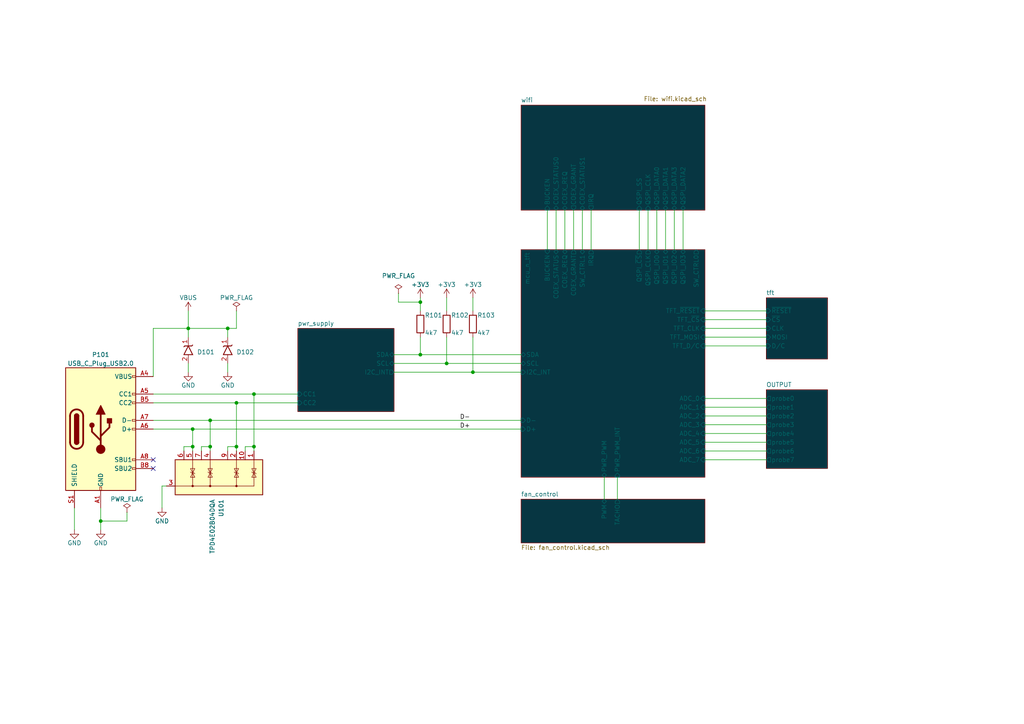
<source format=kicad_sch>
(kicad_sch (version 20230121) (generator eeschema)

  (uuid e63e39d7-6ac0-4ffd-8aa3-1841a4541b55)

  (paper "A4")

  (title_block
    (title "Firewaterburn")
    (rev "0.2")
  )

  (lib_symbols
    (symbol "Device:R" (pin_numbers hide) (pin_names (offset 0)) (in_bom yes) (on_board yes)
      (property "Reference" "R" (at 2.032 0 90)
        (effects (font (size 1.27 1.27)))
      )
      (property "Value" "R" (at 0 0 90)
        (effects (font (size 1.27 1.27)))
      )
      (property "Footprint" "" (at -1.778 0 90)
        (effects (font (size 1.27 1.27)) hide)
      )
      (property "Datasheet" "~" (at 0 0 0)
        (effects (font (size 1.27 1.27)) hide)
      )
      (property "ki_keywords" "R res resistor" (at 0 0 0)
        (effects (font (size 1.27 1.27)) hide)
      )
      (property "ki_description" "Resistor" (at 0 0 0)
        (effects (font (size 1.27 1.27)) hide)
      )
      (property "ki_fp_filters" "R_*" (at 0 0 0)
        (effects (font (size 1.27 1.27)) hide)
      )
      (symbol "R_0_1"
        (rectangle (start -1.016 -2.54) (end 1.016 2.54)
          (stroke (width 0.254) (type default))
          (fill (type none))
        )
      )
      (symbol "R_1_1"
        (pin passive line (at 0 3.81 270) (length 1.27)
          (name "~" (effects (font (size 1.27 1.27))))
          (number "1" (effects (font (size 1.27 1.27))))
        )
        (pin passive line (at 0 -3.81 90) (length 1.27)
          (name "~" (effects (font (size 1.27 1.27))))
          (number "2" (effects (font (size 1.27 1.27))))
        )
      )
    )
    (symbol "Power_Protection:TPD4E02B04DQA" (pin_names hide) (in_bom yes) (on_board yes)
      (property "Reference" "U" (at 2.54 -11.43 0)
        (effects (font (size 1.27 1.27)) (justify left))
      )
      (property "Value" "TPD4E02B04DQA" (at 7.62 1.905 0)
        (effects (font (size 1.27 1.27)) (justify left))
      )
      (property "Footprint" "Package_SON:USON-10_2.5x1.0mm_P0.5mm" (at 7.62 0 0)
        (effects (font (size 1.27 1.27)) (justify left) hide)
      )
      (property "Datasheet" "http://www.ti.com/lit/ds/symlink/tpd4e02b04.pdf" (at 2.54 0 0)
        (effects (font (size 1.27 1.27)) hide)
      )
      (property "ki_keywords" "ESD protection USB HDMI" (at 0 0 0)
        (effects (font (size 1.27 1.27)) hide)
      )
      (property "ki_description" "4-Channel ESD Protection Diode for USB Type-C and HDMI 2.0, USON-10" (at 0 0 0)
        (effects (font (size 1.27 1.27)) hide)
      )
      (property "ki_fp_filters" "USON*2.5x1.0mm*P0.5mm*" (at 0 0 0)
        (effects (font (size 1.27 1.27)) hide)
      )
      (symbol "TPD4E02B04DQA_0_0"
        (pin passive line (at 2.54 -15.24 90) (length 2.54)
          (name "G" (effects (font (size 1.27 1.27))))
          (number "3" (effects (font (size 1.27 1.27))))
        )
      )
      (symbol "TPD4E02B04DQA_0_1"
        (rectangle (start -5.08 12.7) (end 5.08 -12.7)
          (stroke (width 0.254) (type default))
          (fill (type background))
        )
        (polyline
          (pts
            (xy -5.08 -7.62)
            (xy 2.54 -7.62)
          )
          (stroke (width 0) (type default))
          (fill (type none))
        )
        (polyline
          (pts
            (xy -5.08 -2.54)
            (xy 2.54 -2.54)
          )
          (stroke (width 0) (type default))
          (fill (type none))
        )
        (polyline
          (pts
            (xy -5.08 5.08)
            (xy 2.54 5.08)
          )
          (stroke (width 0) (type default))
          (fill (type none))
        )
        (polyline
          (pts
            (xy -5.08 10.16)
            (xy 2.54 10.16)
          )
          (stroke (width 0) (type default))
          (fill (type none))
        )
        (polyline
          (pts
            (xy 2.54 10.16)
            (xy 2.54 -12.7)
          )
          (stroke (width 0.1524) (type default))
          (fill (type none))
        )
        (polyline
          (pts
            (xy -1.27 -7.62)
            (xy 0 -8.255)
            (xy 0 -6.985)
            (xy -1.27 -7.62)
          )
          (stroke (width 0) (type default))
          (fill (type none))
        )
        (polyline
          (pts
            (xy -1.27 -2.54)
            (xy 0 -3.175)
            (xy 0 -1.905)
            (xy -1.27 -2.54)
          )
          (stroke (width 0) (type default))
          (fill (type none))
        )
        (polyline
          (pts
            (xy -1.27 5.08)
            (xy 0 4.445)
            (xy 0 5.715)
            (xy -1.27 5.08)
          )
          (stroke (width 0) (type default))
          (fill (type none))
        )
        (polyline
          (pts
            (xy -1.27 10.16)
            (xy 0 9.525)
            (xy 0 10.795)
            (xy -1.27 10.16)
          )
          (stroke (width 0) (type default))
          (fill (type none))
        )
        (circle (center 2.54 -7.62) (radius 0.254)
          (stroke (width 0) (type default))
          (fill (type outline))
        )
        (circle (center 2.54 -2.54) (radius 0.254)
          (stroke (width 0) (type default))
          (fill (type outline))
        )
        (circle (center 2.54 5.08) (radius 0.254)
          (stroke (width 0) (type default))
          (fill (type outline))
        )
      )
      (symbol "TPD4E02B04DQA_1_1"
        (polyline
          (pts
            (xy -1.524 -8.255)
            (xy -1.27 -8.001)
            (xy -1.27 -7.239)
            (xy -1.016 -6.985)
          )
          (stroke (width 0) (type default))
          (fill (type none))
        )
        (polyline
          (pts
            (xy -1.524 -3.175)
            (xy -1.27 -2.921)
            (xy -1.27 -2.159)
            (xy -1.016 -1.905)
          )
          (stroke (width 0) (type default))
          (fill (type none))
        )
        (polyline
          (pts
            (xy -1.524 4.445)
            (xy -1.27 4.699)
            (xy -1.27 5.461)
            (xy -1.016 5.715)
          )
          (stroke (width 0) (type default))
          (fill (type none))
        )
        (polyline
          (pts
            (xy -1.524 9.525)
            (xy -1.27 9.779)
            (xy -1.27 10.541)
            (xy -1.016 10.795)
          )
          (stroke (width 0) (type default))
          (fill (type none))
        )
        (polyline
          (pts
            (xy -1.27 -7.62)
            (xy -2.54 -8.255)
            (xy -2.54 -6.985)
            (xy -1.27 -7.62)
          )
          (stroke (width 0) (type default))
          (fill (type none))
        )
        (polyline
          (pts
            (xy -1.27 -2.54)
            (xy -2.54 -3.175)
            (xy -2.54 -1.905)
            (xy -1.27 -2.54)
          )
          (stroke (width 0) (type default))
          (fill (type none))
        )
        (polyline
          (pts
            (xy -1.27 5.08)
            (xy -2.54 4.445)
            (xy -2.54 5.715)
            (xy -1.27 5.08)
          )
          (stroke (width 0) (type default))
          (fill (type none))
        )
        (polyline
          (pts
            (xy -1.27 10.16)
            (xy -2.54 9.525)
            (xy -2.54 10.795)
            (xy -1.27 10.16)
          )
          (stroke (width 0) (type default))
          (fill (type none))
        )
        (pin passive line (at -7.62 10.16 0) (length 2.54)
          (name "IO1" (effects (font (size 1.27 1.27))))
          (number "1" (effects (font (size 1.27 1.27))))
        )
        (pin free line (at -7.62 7.62 0) (length 2.54)
          (name "NC" (effects (font (size 1.27 1.27))))
          (number "10" (effects (font (size 1.27 1.27))))
        )
        (pin passive line (at -7.62 5.08 0) (length 2.54)
          (name "IO2" (effects (font (size 1.27 1.27))))
          (number "2" (effects (font (size 1.27 1.27))))
        )
        (pin passive line (at -7.62 -2.54 0) (length 2.54)
          (name "IO3" (effects (font (size 1.27 1.27))))
          (number "4" (effects (font (size 1.27 1.27))))
        )
        (pin passive line (at -7.62 -7.62 0) (length 2.54)
          (name "IO4" (effects (font (size 1.27 1.27))))
          (number "5" (effects (font (size 1.27 1.27))))
        )
        (pin free line (at -7.62 -10.16 0) (length 2.54)
          (name "NC" (effects (font (size 1.27 1.27))))
          (number "6" (effects (font (size 1.27 1.27))))
        )
        (pin free line (at -7.62 -5.08 0) (length 2.54)
          (name "NC" (effects (font (size 1.27 1.27))))
          (number "7" (effects (font (size 1.27 1.27))))
        )
        (pin passive line (at 2.54 -15.24 90) (length 2.54) hide
          (name "G" (effects (font (size 1.27 1.27))))
          (number "8" (effects (font (size 1.27 1.27))))
        )
        (pin free line (at -7.62 2.54 0) (length 2.54)
          (name "NC" (effects (font (size 1.27 1.27))))
          (number "9" (effects (font (size 1.27 1.27))))
        )
      )
    )
    (symbol "mylib_connectors:USB_C_Plug_USB2.0" (pin_names (offset 1.016)) (in_bom yes) (on_board yes)
      (property "Reference" "P" (at -10.16 19.05 0)
        (effects (font (size 1.27 1.27)) (justify left))
      )
      (property "Value" "USB_C_Plug_USB2.0" (at 12.7 19.05 0)
        (effects (font (size 1.27 1.27)) (justify right))
      )
      (property "Footprint" "" (at 3.81 0 0)
        (effects (font (size 1.27 1.27)) hide)
      )
      (property "Datasheet" "" (at 3.81 0 0)
        (effects (font (size 1.27 1.27)) hide)
      )
      (property "ki_fp_filters" "USB*C*Plug*" (at 0 0 0)
        (effects (font (size 1.27 1.27)) hide)
      )
      (symbol "USB_C_Plug_USB2.0_0_0"
        (rectangle (start -0.254 -17.78) (end 0.254 -16.764)
          (stroke (width 0) (type default))
          (fill (type none))
        )
        (rectangle (start 10.16 -11.176) (end 9.144 -11.684)
          (stroke (width 0) (type default))
          (fill (type none))
        )
        (rectangle (start 10.16 0.254) (end 9.144 -0.254)
          (stroke (width 0) (type default))
          (fill (type none))
        )
        (rectangle (start 10.16 2.794) (end 9.144 2.286)
          (stroke (width 0) (type default))
          (fill (type none))
        )
        (rectangle (start 10.16 10.414) (end 9.144 9.906)
          (stroke (width 0) (type default))
          (fill (type none))
        )
        (rectangle (start 10.16 15.494) (end 9.144 14.986)
          (stroke (width 0) (type default))
          (fill (type none))
        )
      )
      (symbol "USB_C_Plug_USB2.0_0_1"
        (rectangle (start -10.16 17.78) (end 10.16 -17.78)
          (stroke (width 0.254) (type default))
          (fill (type background))
        )
        (arc (start -8.89 -3.81) (mid -6.985 -5.7067) (end -5.08 -3.81)
          (stroke (width 0.508) (type default))
          (fill (type none))
        )
        (arc (start -7.62 -3.81) (mid -6.985 -4.4423) (end -6.35 -3.81)
          (stroke (width 0.254) (type default))
          (fill (type none))
        )
        (arc (start -7.62 -3.81) (mid -6.985 -4.4423) (end -6.35 -3.81)
          (stroke (width 0.254) (type default))
          (fill (type outline))
        )
        (rectangle (start -7.62 -3.81) (end -6.35 3.81)
          (stroke (width 0.254) (type default))
          (fill (type outline))
        )
        (arc (start -6.35 3.81) (mid -6.985 4.4423) (end -7.62 3.81)
          (stroke (width 0.254) (type default))
          (fill (type none))
        )
        (arc (start -6.35 3.81) (mid -6.985 4.4423) (end -7.62 3.81)
          (stroke (width 0.254) (type default))
          (fill (type outline))
        )
        (arc (start -5.08 3.81) (mid -6.985 5.7067) (end -8.89 3.81)
          (stroke (width 0.508) (type default))
          (fill (type none))
        )
        (circle (center -2.54 1.143) (radius 0.635)
          (stroke (width 0.254) (type default))
          (fill (type outline))
        )
        (circle (center 0 -5.842) (radius 1.27)
          (stroke (width 0) (type default))
          (fill (type outline))
        )
        (polyline
          (pts
            (xy -8.89 -3.81)
            (xy -8.89 3.81)
          )
          (stroke (width 0.508) (type default))
          (fill (type none))
        )
        (polyline
          (pts
            (xy -5.08 3.81)
            (xy -5.08 -3.81)
          )
          (stroke (width 0.508) (type default))
          (fill (type none))
        )
        (polyline
          (pts
            (xy 0 -5.842)
            (xy 0 4.318)
          )
          (stroke (width 0.508) (type default))
          (fill (type none))
        )
        (polyline
          (pts
            (xy 0 -3.302)
            (xy -2.54 -0.762)
            (xy -2.54 0.508)
          )
          (stroke (width 0.508) (type default))
          (fill (type none))
        )
        (polyline
          (pts
            (xy 0 -2.032)
            (xy 2.54 0.508)
            (xy 2.54 1.778)
          )
          (stroke (width 0.508) (type default))
          (fill (type none))
        )
        (polyline
          (pts
            (xy -1.27 4.318)
            (xy 0 6.858)
            (xy 1.27 4.318)
            (xy -1.27 4.318)
          )
          (stroke (width 0.254) (type default))
          (fill (type outline))
        )
        (rectangle (start 1.905 1.778) (end 3.175 3.048)
          (stroke (width 0.254) (type default))
          (fill (type outline))
        )
      )
      (symbol "USB_C_Plug_USB2.0_1_1"
        (rectangle (start 10.16 -8.636) (end 9.144 -9.144)
          (stroke (width 0) (type default))
          (fill (type none))
        )
        (rectangle (start 10.16 7.874) (end 9.144 7.366)
          (stroke (width 0) (type default))
          (fill (type none))
        )
        (pin passive line (at 0 -22.86 90) (length 5.08)
          (name "GND" (effects (font (size 1.27 1.27))))
          (number "A1" (effects (font (size 1.27 1.27))))
        )
        (pin passive line (at 0 -22.86 90) (length 5.08) hide
          (name "GND" (effects (font (size 1.27 1.27))))
          (number "A12" (effects (font (size 1.27 1.27))))
        )
        (pin passive line (at 15.24 15.24 180) (length 5.08)
          (name "VBUS" (effects (font (size 1.27 1.27))))
          (number "A4" (effects (font (size 1.27 1.27))))
        )
        (pin bidirectional line (at 15.24 10.16 180) (length 5.08)
          (name "CC1" (effects (font (size 1.27 1.27))))
          (number "A5" (effects (font (size 1.27 1.27))))
        )
        (pin bidirectional line (at 15.24 0 180) (length 5.08)
          (name "D+" (effects (font (size 1.27 1.27))))
          (number "A6" (effects (font (size 1.27 1.27))))
        )
        (pin bidirectional line (at 15.24 2.54 180) (length 5.08)
          (name "D-" (effects (font (size 1.27 1.27))))
          (number "A7" (effects (font (size 1.27 1.27))))
        )
        (pin bidirectional line (at 15.24 -8.89 180) (length 5.08)
          (name "SBU1" (effects (font (size 1.27 1.27))))
          (number "A8" (effects (font (size 1.27 1.27))))
        )
        (pin passive line (at 15.24 15.24 180) (length 5.08) hide
          (name "VBUS" (effects (font (size 1.27 1.27))))
          (number "A9" (effects (font (size 1.27 1.27))))
        )
        (pin passive line (at 0 -22.86 90) (length 5.08) hide
          (name "GND" (effects (font (size 1.27 1.27))))
          (number "B1" (effects (font (size 1.27 1.27))))
        )
        (pin passive line (at 0 -22.86 90) (length 5.08) hide
          (name "GND" (effects (font (size 1.27 1.27))))
          (number "B12" (effects (font (size 1.27 1.27))))
        )
        (pin passive line (at 15.24 15.24 180) (length 5.08) hide
          (name "VBUS" (effects (font (size 1.27 1.27))))
          (number "B4" (effects (font (size 1.27 1.27))))
        )
        (pin bidirectional line (at 15.24 7.62 180) (length 5.08)
          (name "CC2" (effects (font (size 1.27 1.27))))
          (number "B5" (effects (font (size 1.27 1.27))))
        )
        (pin bidirectional line (at 15.24 0 180) (length 5.08) hide
          (name "D+" (effects (font (size 1.27 1.27))))
          (number "B6" (effects (font (size 1.27 1.27))))
        )
        (pin bidirectional line (at 15.24 2.54 180) (length 5.08) hide
          (name "D-" (effects (font (size 1.27 1.27))))
          (number "B7" (effects (font (size 1.27 1.27))))
        )
        (pin bidirectional line (at 15.24 -11.43 180) (length 5.08)
          (name "SBU2" (effects (font (size 1.27 1.27))))
          (number "B8" (effects (font (size 1.27 1.27))))
        )
        (pin passive line (at 15.24 15.24 180) (length 5.08) hide
          (name "VBUS" (effects (font (size 1.27 1.27))))
          (number "B9" (effects (font (size 1.27 1.27))))
        )
        (pin passive line (at -7.62 -22.86 90) (length 5.08)
          (name "SHIELD" (effects (font (size 1.27 1.27))))
          (number "S1" (effects (font (size 1.27 1.27))))
        )
      )
    )
    (symbol "mylib_ic:ESDA25P35" (in_bom yes) (on_board yes)
      (property "Reference" "D" (at 0 2.54 0)
        (effects (font (size 1.27 1.27)))
      )
      (property "Value" "ESDA25P35" (at 0 -2.54 0)
        (effects (font (size 1.27 1.27)) hide)
      )
      (property "Footprint" "" (at 0 0 0)
        (effects (font (size 1.27 1.27)) hide)
      )
      (property "Datasheet" "" (at 0 0 0)
        (effects (font (size 1.27 1.27)) hide)
      )
      (symbol "ESDA25P35_0_1"
        (polyline
          (pts
            (xy -1.27 -1.016)
            (xy -1.016 -1.27)
          )
          (stroke (width 0.254) (type default))
          (fill (type none))
        )
        (polyline
          (pts
            (xy -1.27 1.016)
            (xy -1.524 1.27)
          )
          (stroke (width 0.254) (type default))
          (fill (type none))
        )
        (polyline
          (pts
            (xy -1.27 1.016)
            (xy -1.27 -1.016)
          )
          (stroke (width 0.254) (type default))
          (fill (type none))
        )
        (polyline
          (pts
            (xy 1.27 1.27)
            (xy 1.27 -1.27)
            (xy -1.27 0)
            (xy 1.27 1.27)
          )
          (stroke (width 0.254) (type default))
          (fill (type none))
        )
      )
      (symbol "ESDA25P35_1_1"
        (pin passive line (at -3.81 0 0) (length 2.54)
          (name "" (effects (font (size 1.27 1.27))))
          (number "1" (effects (font (size 1.27 1.27))))
        )
        (pin passive line (at 3.81 0 180) (length 2.54)
          (name "" (effects (font (size 1.27 1.27))))
          (number "2" (effects (font (size 1.27 1.27))))
        )
      )
    )
    (symbol "power:+3V3" (power) (pin_names (offset 0)) (in_bom yes) (on_board yes)
      (property "Reference" "#PWR" (at 0 -3.81 0)
        (effects (font (size 1.27 1.27)) hide)
      )
      (property "Value" "+3V3" (at 0 3.556 0)
        (effects (font (size 1.27 1.27)))
      )
      (property "Footprint" "" (at 0 0 0)
        (effects (font (size 1.27 1.27)) hide)
      )
      (property "Datasheet" "" (at 0 0 0)
        (effects (font (size 1.27 1.27)) hide)
      )
      (property "ki_keywords" "global power" (at 0 0 0)
        (effects (font (size 1.27 1.27)) hide)
      )
      (property "ki_description" "Power symbol creates a global label with name \"+3V3\"" (at 0 0 0)
        (effects (font (size 1.27 1.27)) hide)
      )
      (symbol "+3V3_0_1"
        (polyline
          (pts
            (xy -0.762 1.27)
            (xy 0 2.54)
          )
          (stroke (width 0) (type default))
          (fill (type none))
        )
        (polyline
          (pts
            (xy 0 0)
            (xy 0 2.54)
          )
          (stroke (width 0) (type default))
          (fill (type none))
        )
        (polyline
          (pts
            (xy 0 2.54)
            (xy 0.762 1.27)
          )
          (stroke (width 0) (type default))
          (fill (type none))
        )
      )
      (symbol "+3V3_1_1"
        (pin power_in line (at 0 0 90) (length 0) hide
          (name "+3V3" (effects (font (size 1.27 1.27))))
          (number "1" (effects (font (size 1.27 1.27))))
        )
      )
    )
    (symbol "power:GND" (power) (pin_names (offset 0)) (in_bom yes) (on_board yes)
      (property "Reference" "#PWR" (at 0 -6.35 0)
        (effects (font (size 1.27 1.27)) hide)
      )
      (property "Value" "GND" (at 0 -3.81 0)
        (effects (font (size 1.27 1.27)))
      )
      (property "Footprint" "" (at 0 0 0)
        (effects (font (size 1.27 1.27)) hide)
      )
      (property "Datasheet" "" (at 0 0 0)
        (effects (font (size 1.27 1.27)) hide)
      )
      (property "ki_keywords" "global power" (at 0 0 0)
        (effects (font (size 1.27 1.27)) hide)
      )
      (property "ki_description" "Power symbol creates a global label with name \"GND\" , ground" (at 0 0 0)
        (effects (font (size 1.27 1.27)) hide)
      )
      (symbol "GND_0_1"
        (polyline
          (pts
            (xy 0 0)
            (xy 0 -1.27)
            (xy 1.27 -1.27)
            (xy 0 -2.54)
            (xy -1.27 -1.27)
            (xy 0 -1.27)
          )
          (stroke (width 0) (type default))
          (fill (type none))
        )
      )
      (symbol "GND_1_1"
        (pin power_in line (at 0 0 270) (length 0) hide
          (name "GND" (effects (font (size 1.27 1.27))))
          (number "1" (effects (font (size 1.27 1.27))))
        )
      )
    )
    (symbol "power:PWR_FLAG" (power) (pin_numbers hide) (pin_names (offset 0) hide) (in_bom yes) (on_board yes)
      (property "Reference" "#FLG" (at 0 1.905 0)
        (effects (font (size 1.27 1.27)) hide)
      )
      (property "Value" "PWR_FLAG" (at 0 3.81 0)
        (effects (font (size 1.27 1.27)))
      )
      (property "Footprint" "" (at 0 0 0)
        (effects (font (size 1.27 1.27)) hide)
      )
      (property "Datasheet" "~" (at 0 0 0)
        (effects (font (size 1.27 1.27)) hide)
      )
      (property "ki_keywords" "flag power" (at 0 0 0)
        (effects (font (size 1.27 1.27)) hide)
      )
      (property "ki_description" "Special symbol for telling ERC where power comes from" (at 0 0 0)
        (effects (font (size 1.27 1.27)) hide)
      )
      (symbol "PWR_FLAG_0_0"
        (pin power_out line (at 0 0 90) (length 0)
          (name "pwr" (effects (font (size 1.27 1.27))))
          (number "1" (effects (font (size 1.27 1.27))))
        )
      )
      (symbol "PWR_FLAG_0_1"
        (polyline
          (pts
            (xy 0 0)
            (xy 0 1.27)
            (xy -1.016 1.905)
            (xy 0 2.54)
            (xy 1.016 1.905)
            (xy 0 1.27)
          )
          (stroke (width 0) (type default))
          (fill (type none))
        )
      )
    )
    (symbol "power:VBUS" (power) (pin_names (offset 0)) (in_bom yes) (on_board yes)
      (property "Reference" "#PWR" (at 0 -3.81 0)
        (effects (font (size 1.27 1.27)) hide)
      )
      (property "Value" "VBUS" (at 0 3.81 0)
        (effects (font (size 1.27 1.27)))
      )
      (property "Footprint" "" (at 0 0 0)
        (effects (font (size 1.27 1.27)) hide)
      )
      (property "Datasheet" "" (at 0 0 0)
        (effects (font (size 1.27 1.27)) hide)
      )
      (property "ki_keywords" "global power" (at 0 0 0)
        (effects (font (size 1.27 1.27)) hide)
      )
      (property "ki_description" "Power symbol creates a global label with name \"VBUS\"" (at 0 0 0)
        (effects (font (size 1.27 1.27)) hide)
      )
      (symbol "VBUS_0_1"
        (polyline
          (pts
            (xy -0.762 1.27)
            (xy 0 2.54)
          )
          (stroke (width 0) (type default))
          (fill (type none))
        )
        (polyline
          (pts
            (xy 0 0)
            (xy 0 2.54)
          )
          (stroke (width 0) (type default))
          (fill (type none))
        )
        (polyline
          (pts
            (xy 0 2.54)
            (xy 0.762 1.27)
          )
          (stroke (width 0) (type default))
          (fill (type none))
        )
      )
      (symbol "VBUS_1_1"
        (pin power_in line (at 0 0 90) (length 0) hide
          (name "VBUS" (effects (font (size 1.27 1.27))))
          (number "1" (effects (font (size 1.27 1.27))))
        )
      )
    )
  )

  (junction (at 55.88 129.54) (diameter 0) (color 0 0 0 0)
    (uuid 031dff5c-b007-482b-8531-62900e645ae0)
  )
  (junction (at 73.66 114.3) (diameter 0) (color 0 0 0 0)
    (uuid 37282826-69f5-4a96-b61e-ff0cfee43405)
  )
  (junction (at 121.92 102.87) (diameter 0) (color 0 0 0 0)
    (uuid 3c7917dd-d0b6-4513-8377-dd27f555c969)
  )
  (junction (at 54.61 95.25) (diameter 0) (color 0 0 0 0)
    (uuid 4055b357-393c-467b-b2cc-71034cd4083f)
  )
  (junction (at 60.96 129.54) (diameter 0) (color 0 0 0 0)
    (uuid 420d59d1-616a-4a7b-964a-5b5a5d75ebc0)
  )
  (junction (at 68.58 129.54) (diameter 0) (color 0 0 0 0)
    (uuid 45f0ad8e-e322-4b2a-868a-31900adcc08f)
  )
  (junction (at 55.88 124.46) (diameter 0) (color 0 0 0 0)
    (uuid 7f31b8a9-f561-4e86-a84c-ab7d7b385b93)
  )
  (junction (at 121.92 87.63) (diameter 0) (color 0 0 0 0)
    (uuid 81e1a3d8-90bf-4147-a204-c677772bfb92)
  )
  (junction (at 29.21 151.13) (diameter 0) (color 0 0 0 0)
    (uuid 8a64bdde-3a9e-4715-91e9-c4d3d9efcd30)
  )
  (junction (at 66.04 95.25) (diameter 0) (color 0 0 0 0)
    (uuid 93bb4bd6-e90f-4215-bc55-6b99997a0f4c)
  )
  (junction (at 137.16 107.95) (diameter 0) (color 0 0 0 0)
    (uuid af2b5cc4-7c38-45f8-ba8f-c81b3dacd509)
  )
  (junction (at 129.54 105.41) (diameter 0) (color 0 0 0 0)
    (uuid d3777d21-4524-45c4-a96f-e34639706300)
  )
  (junction (at 68.58 116.84) (diameter 0) (color 0 0 0 0)
    (uuid dee39449-c31a-4a7d-8b30-6c993327075e)
  )
  (junction (at 73.66 129.54) (diameter 0) (color 0 0 0 0)
    (uuid ee5695a3-850e-4cd2-95c2-a9cf4ab5632d)
  )
  (junction (at 60.96 121.92) (diameter 0) (color 0 0 0 0)
    (uuid ff421916-d220-4dad-ba43-b6a3a83122dd)
  )

  (no_connect (at 44.45 133.35) (uuid bff8daab-48b4-47d4-9ffa-e5f1ce2dcca8))
  (no_connect (at 44.45 135.89) (uuid d0da03a8-e8ae-4d2b-9293-966a3f5089e3))

  (wire (pts (xy 29.21 147.32) (xy 29.21 151.13))
    (stroke (width 0) (type default))
    (uuid 033022b3-11f9-419e-a78e-1c7d6e6cd45c)
  )
  (wire (pts (xy 55.88 129.54) (xy 55.88 130.81))
    (stroke (width 0) (type default))
    (uuid 0593406e-8a7b-48c7-bcb8-df108d5a5f8c)
  )
  (wire (pts (xy 21.59 153.67) (xy 21.59 147.32))
    (stroke (width 0) (type default))
    (uuid 08f0a69d-2047-4f15-9147-57cc2889ba57)
  )
  (wire (pts (xy 44.45 121.92) (xy 60.96 121.92))
    (stroke (width 0) (type default))
    (uuid 0bf9a605-1ed3-48a5-aa63-5e0c16fb660e)
  )
  (wire (pts (xy 198.12 60.96) (xy 198.12 72.39))
    (stroke (width 0) (type default))
    (uuid 0e08b71f-c34f-435a-b796-ac8a5d6d791b)
  )
  (wire (pts (xy 44.45 124.46) (xy 55.88 124.46))
    (stroke (width 0) (type default))
    (uuid 0f1d2806-29e7-4ac5-af97-ad3c5202a0f8)
  )
  (wire (pts (xy 121.92 102.87) (xy 151.13 102.87))
    (stroke (width 0) (type default))
    (uuid 12586790-c9d2-447b-b04d-7ed8653b5792)
  )
  (wire (pts (xy 115.57 87.63) (xy 121.92 87.63))
    (stroke (width 0) (type default))
    (uuid 12f1a649-d416-4d67-9a35-2a5f09935433)
  )
  (wire (pts (xy 204.47 97.79) (xy 222.25 97.79))
    (stroke (width 0) (type default))
    (uuid 1543de62-026c-42a2-a4e4-6e2cc088ff87)
  )
  (wire (pts (xy 137.16 86.36) (xy 137.16 90.17))
    (stroke (width 0) (type default))
    (uuid 17d79456-7050-487b-b9f0-40d955439b19)
  )
  (wire (pts (xy 195.58 60.96) (xy 195.58 72.39))
    (stroke (width 0) (type default))
    (uuid 1993adfa-2753-4a68-955b-8d8c0ac3aa95)
  )
  (wire (pts (xy 68.58 129.54) (xy 68.58 130.81))
    (stroke (width 0) (type default))
    (uuid 1b8ca8a6-6a5e-429a-890c-12f41c039ba0)
  )
  (wire (pts (xy 60.96 121.92) (xy 60.96 129.54))
    (stroke (width 0) (type default))
    (uuid 20dc9b1c-4f0d-44cd-9aab-3cb68493d953)
  )
  (wire (pts (xy 71.12 129.54) (xy 73.66 129.54))
    (stroke (width 0) (type default))
    (uuid 22f4cb2f-59da-4d0a-8646-3ac01528831a)
  )
  (wire (pts (xy 137.16 97.79) (xy 137.16 107.95))
    (stroke (width 0) (type default))
    (uuid 253fd500-1224-40b9-94b9-d446fbd31b8b)
  )
  (wire (pts (xy 66.04 130.81) (xy 66.04 129.54))
    (stroke (width 0) (type default))
    (uuid 27303b4c-528f-48bf-9b0c-65f47a2cf611)
  )
  (wire (pts (xy 44.45 114.3) (xy 73.66 114.3))
    (stroke (width 0) (type default))
    (uuid 29f62cd9-c020-45e9-8321-1ff9f6a5a6ec)
  )
  (wire (pts (xy 66.04 95.25) (xy 66.04 97.79))
    (stroke (width 0) (type default))
    (uuid 29f8b4f0-2854-45cf-83a1-2a5048723d5b)
  )
  (wire (pts (xy 190.5 60.96) (xy 190.5 72.39))
    (stroke (width 0) (type default))
    (uuid 2a52e877-143d-473e-8acb-8303a5c992d3)
  )
  (wire (pts (xy 44.45 116.84) (xy 68.58 116.84))
    (stroke (width 0) (type default))
    (uuid 2ce5e8d2-c169-40d5-a777-d8f9cdaf6872)
  )
  (wire (pts (xy 204.47 120.65) (xy 222.25 120.65))
    (stroke (width 0) (type default))
    (uuid 3088288d-3cfa-4c14-8168-16550ce6caa8)
  )
  (wire (pts (xy 158.75 60.96) (xy 158.75 72.39))
    (stroke (width 0) (type default))
    (uuid 432a2ecb-f9e1-45dd-9178-40a4af662d3d)
  )
  (wire (pts (xy 66.04 105.41) (xy 66.04 107.95))
    (stroke (width 0) (type default))
    (uuid 43c960e5-add1-4248-9d49-9143a575a9f1)
  )
  (wire (pts (xy 36.83 148.59) (xy 36.83 151.13))
    (stroke (width 0) (type default))
    (uuid 47a98942-46e5-4895-84ab-2e430facc157)
  )
  (wire (pts (xy 204.47 123.19) (xy 222.25 123.19))
    (stroke (width 0) (type default))
    (uuid 4dadde73-8e76-4cfe-b75e-df86e70b9bf2)
  )
  (wire (pts (xy 204.47 100.33) (xy 222.25 100.33))
    (stroke (width 0) (type default))
    (uuid 58d95b6d-f3f0-4cf6-a19d-44e64ae94725)
  )
  (wire (pts (xy 204.47 130.81) (xy 222.25 130.81))
    (stroke (width 0) (type default))
    (uuid 5eafb9ec-f2f8-45e2-8930-ef72a4eb40e5)
  )
  (wire (pts (xy 46.99 140.97) (xy 48.26 140.97))
    (stroke (width 0) (type default))
    (uuid 618a3255-c86c-46f0-9134-f3e4b178ba68)
  )
  (wire (pts (xy 54.61 105.41) (xy 54.61 107.95))
    (stroke (width 0) (type default))
    (uuid 650e3cd3-5131-4b82-9184-c007f8001c39)
  )
  (wire (pts (xy 29.21 151.13) (xy 36.83 151.13))
    (stroke (width 0) (type default))
    (uuid 67d49b6f-b6b1-46fa-90bf-3e809e52859a)
  )
  (wire (pts (xy 60.96 129.54) (xy 60.96 130.81))
    (stroke (width 0) (type default))
    (uuid 6921f6bd-07b8-4573-a6a8-18ada15ed343)
  )
  (wire (pts (xy 161.29 60.96) (xy 161.29 72.39))
    (stroke (width 0) (type default))
    (uuid 6c6e29fc-ff9e-4fd5-98cc-98cec5de872a)
  )
  (wire (pts (xy 73.66 114.3) (xy 86.36 114.3))
    (stroke (width 0) (type default))
    (uuid 6eb15b52-b62f-4408-bc8b-4323e249be72)
  )
  (wire (pts (xy 204.47 95.25) (xy 222.25 95.25))
    (stroke (width 0) (type default))
    (uuid 6edf3aee-d4f4-47a8-bd48-1607953f77a7)
  )
  (wire (pts (xy 58.42 130.81) (xy 58.42 129.54))
    (stroke (width 0) (type default))
    (uuid 76fc2958-85b9-4a2e-a17e-596bbe7fba2d)
  )
  (wire (pts (xy 53.34 129.54) (xy 55.88 129.54))
    (stroke (width 0) (type default))
    (uuid 792dd4ac-9561-4ab6-b7bc-47bfb8de99fb)
  )
  (wire (pts (xy 58.42 129.54) (xy 60.96 129.54))
    (stroke (width 0) (type default))
    (uuid 7a210402-2533-4522-87d7-63eb45b09dbd)
  )
  (wire (pts (xy 66.04 95.25) (xy 54.61 95.25))
    (stroke (width 0) (type default))
    (uuid 7e006145-168c-4d19-a264-d3025f970984)
  )
  (wire (pts (xy 115.57 85.09) (xy 115.57 87.63))
    (stroke (width 0) (type default))
    (uuid 81c3245e-ef32-4748-a8e1-3f100fef611d)
  )
  (wire (pts (xy 129.54 86.36) (xy 129.54 90.17))
    (stroke (width 0) (type default))
    (uuid 82914227-3c4b-483b-a930-04aff92c73ce)
  )
  (wire (pts (xy 185.42 60.96) (xy 185.42 72.39))
    (stroke (width 0) (type default))
    (uuid 8a40f4f3-ef69-4f75-9290-f8be31032b5a)
  )
  (wire (pts (xy 114.3 105.41) (xy 129.54 105.41))
    (stroke (width 0) (type default))
    (uuid 8b44fa6f-2676-4ebc-bec9-85dc4370b0a7)
  )
  (wire (pts (xy 121.92 86.36) (xy 121.92 87.63))
    (stroke (width 0) (type default))
    (uuid 8d859ebf-9390-4cb5-961d-e7beaa0a4ae4)
  )
  (wire (pts (xy 71.12 130.81) (xy 71.12 129.54))
    (stroke (width 0) (type default))
    (uuid 8dbbc6a4-8e4b-4f0e-b4fb-ff85db3f5354)
  )
  (wire (pts (xy 46.99 147.32) (xy 46.99 140.97))
    (stroke (width 0) (type default))
    (uuid 978d4139-1b9f-4697-9396-1604cc275b84)
  )
  (wire (pts (xy 175.26 138.43) (xy 175.26 144.78))
    (stroke (width 0) (type default))
    (uuid 99919064-0a6d-40ed-be0c-70a827b93563)
  )
  (wire (pts (xy 54.61 95.25) (xy 54.61 97.79))
    (stroke (width 0) (type default))
    (uuid 9bb77af3-fc70-4df1-8577-73dfa1886d27)
  )
  (wire (pts (xy 204.47 125.73) (xy 222.25 125.73))
    (stroke (width 0) (type default))
    (uuid 9d79402d-992a-413c-a28a-d4d22c608699)
  )
  (wire (pts (xy 44.45 95.25) (xy 44.45 109.22))
    (stroke (width 0) (type default))
    (uuid 9dfd97f3-3b14-4811-84ff-945aa0a1205c)
  )
  (wire (pts (xy 66.04 129.54) (xy 68.58 129.54))
    (stroke (width 0) (type default))
    (uuid 9f688347-cc7e-4edd-bdd3-326649f692dd)
  )
  (wire (pts (xy 204.47 128.27) (xy 222.25 128.27))
    (stroke (width 0) (type default))
    (uuid aa6aff8d-531b-4201-b018-d5a695b3c067)
  )
  (wire (pts (xy 73.66 114.3) (xy 73.66 129.54))
    (stroke (width 0) (type default))
    (uuid aeb1e936-e049-4baf-aa12-56487754752f)
  )
  (wire (pts (xy 129.54 97.79) (xy 129.54 105.41))
    (stroke (width 0) (type default))
    (uuid b2e7f506-f7d4-448a-af52-7dbef3267d9c)
  )
  (wire (pts (xy 53.34 130.81) (xy 53.34 129.54))
    (stroke (width 0) (type default))
    (uuid b67fdf12-4cac-471f-b034-22df208eb672)
  )
  (wire (pts (xy 179.07 138.43) (xy 179.07 144.78))
    (stroke (width 0) (type default))
    (uuid b9a0292c-4a4d-490e-9de7-83a9a1dc292a)
  )
  (wire (pts (xy 68.58 95.25) (xy 66.04 95.25))
    (stroke (width 0) (type default))
    (uuid ba1c73cc-4b15-4f20-8bc0-93ba42f1f473)
  )
  (wire (pts (xy 114.3 102.87) (xy 121.92 102.87))
    (stroke (width 0) (type default))
    (uuid bbee2d15-8719-4fac-af63-d20a8593c5b8)
  )
  (wire (pts (xy 163.83 60.96) (xy 163.83 72.39))
    (stroke (width 0) (type default))
    (uuid bd5396ae-7906-491a-81f0-455466923020)
  )
  (wire (pts (xy 55.88 124.46) (xy 55.88 129.54))
    (stroke (width 0) (type default))
    (uuid c0b8e929-b354-4f8e-8879-c0f93926e57a)
  )
  (wire (pts (xy 193.04 60.96) (xy 193.04 72.39))
    (stroke (width 0) (type default))
    (uuid c4df4d5f-95eb-445a-89b0-e7ede7606323)
  )
  (wire (pts (xy 68.58 116.84) (xy 68.58 129.54))
    (stroke (width 0) (type default))
    (uuid c9b704d0-7849-45bf-8aff-dc2672ac4a7e)
  )
  (wire (pts (xy 121.92 87.63) (xy 121.92 90.17))
    (stroke (width 0) (type default))
    (uuid caa775ab-0311-40f2-8069-ba0a0f4f4116)
  )
  (wire (pts (xy 121.92 97.79) (xy 121.92 102.87))
    (stroke (width 0) (type default))
    (uuid ce3ea810-844d-4c98-ad5c-fe628191e4a6)
  )
  (wire (pts (xy 204.47 115.57) (xy 222.25 115.57))
    (stroke (width 0) (type default))
    (uuid d0712d06-7870-4192-9fd0-0d9d4a25377e)
  )
  (wire (pts (xy 68.58 90.17) (xy 68.58 95.25))
    (stroke (width 0) (type default))
    (uuid d0d634ff-4084-4ed9-8e66-f9e8e0fd2c4d)
  )
  (wire (pts (xy 55.88 124.46) (xy 151.13 124.46))
    (stroke (width 0) (type default))
    (uuid d2150f20-ba69-4f1f-9521-18f861413030)
  )
  (wire (pts (xy 73.66 129.54) (xy 73.66 130.81))
    (stroke (width 0) (type default))
    (uuid d56851ff-c319-4507-adc7-b15d48641e37)
  )
  (wire (pts (xy 204.47 118.11) (xy 222.25 118.11))
    (stroke (width 0) (type default))
    (uuid dd1797cf-5eb4-4a7a-9963-d4ae1d89ae98)
  )
  (wire (pts (xy 171.45 60.96) (xy 171.45 72.39))
    (stroke (width 0) (type default))
    (uuid debc16a5-97b3-4f8d-afcd-e09fc455b3e6)
  )
  (wire (pts (xy 204.47 133.35) (xy 222.25 133.35))
    (stroke (width 0) (type default))
    (uuid df7543cf-f787-44bd-9694-0b520ac7dabe)
  )
  (wire (pts (xy 60.96 121.92) (xy 151.13 121.92))
    (stroke (width 0) (type default))
    (uuid dfa799af-ad53-4541-b860-4d523a3b9f82)
  )
  (wire (pts (xy 114.3 107.95) (xy 137.16 107.95))
    (stroke (width 0) (type default))
    (uuid e3a5656a-07f6-4ebb-abdb-a5d9c9ee86b6)
  )
  (wire (pts (xy 54.61 90.17) (xy 54.61 95.25))
    (stroke (width 0) (type default))
    (uuid e4c5aa6b-a75e-4fd0-97fb-9ccf912712e8)
  )
  (wire (pts (xy 166.37 60.96) (xy 166.37 72.39))
    (stroke (width 0) (type default))
    (uuid e5430e26-f1b2-4425-8042-91cad61135a7)
  )
  (wire (pts (xy 129.54 105.41) (xy 151.13 105.41))
    (stroke (width 0) (type default))
    (uuid e9895349-b47f-48b9-877f-6a93ea0b8f7b)
  )
  (wire (pts (xy 68.58 116.84) (xy 86.36 116.84))
    (stroke (width 0) (type default))
    (uuid ef204916-db8a-44c3-8e23-3cbbaf664c83)
  )
  (wire (pts (xy 204.47 90.17) (xy 222.25 90.17))
    (stroke (width 0) (type default))
    (uuid ef4b6826-d7b7-4eec-bab3-bdf679ccb374)
  )
  (wire (pts (xy 44.45 95.25) (xy 54.61 95.25))
    (stroke (width 0) (type default))
    (uuid f05569b3-6143-4fe4-a78f-67d920e91f17)
  )
  (wire (pts (xy 29.21 151.13) (xy 29.21 153.67))
    (stroke (width 0) (type default))
    (uuid f0cf5c8c-94bd-40cb-9f9f-53261af91f5b)
  )
  (wire (pts (xy 187.96 60.96) (xy 187.96 72.39))
    (stroke (width 0) (type default))
    (uuid f22dbb67-8d67-441e-8ea8-f1bef5f18012)
  )
  (wire (pts (xy 137.16 107.95) (xy 151.13 107.95))
    (stroke (width 0) (type default))
    (uuid f78b04ad-a28f-42a0-846c-6634fa775515)
  )
  (wire (pts (xy 168.91 60.96) (xy 168.91 72.39))
    (stroke (width 0) (type default))
    (uuid f8754cba-6bc6-4741-8dcc-bb3a0b058d6f)
  )
  (wire (pts (xy 204.47 92.71) (xy 222.25 92.71))
    (stroke (width 0) (type default))
    (uuid fb309916-ee05-4928-8962-b7fef25bc50d)
  )

  (label "D+" (at 133.35 124.46 0) (fields_autoplaced)
    (effects (font (size 1.27 1.27)) (justify left bottom))
    (uuid 37839bf8-16f6-49b5-9518-c92641d5a80f)
  )
  (label "D-" (at 133.35 121.92 0) (fields_autoplaced)
    (effects (font (size 1.27 1.27)) (justify left bottom))
    (uuid c599c7db-d931-420a-ba43-63c62736ddd5)
  )

  (symbol (lib_id "Device:R") (at 137.16 93.98 0) (unit 1)
    (in_bom yes) (on_board yes) (dnp no)
    (uuid 04512a52-a84d-47f8-ad6c-05b68afcae6b)
    (property "Reference" "R103" (at 138.43 91.44 0)
      (effects (font (size 1.27 1.27)) (justify left))
    )
    (property "Value" "4k7" (at 138.43 96.52 0)
      (effects (font (size 1.27 1.27)) (justify left))
    )
    (property "Footprint" "Resistor_SMD:R_0402_1005Metric" (at 135.382 93.98 90)
      (effects (font (size 1.27 1.27)) hide)
    )
    (property "Datasheet" "~" (at 137.16 93.98 0)
      (effects (font (size 1.27 1.27)) hide)
    )
    (property "Digikey" "13-RC0402FR-134K7LTR-ND" (at 137.16 93.98 0)
      (effects (font (size 1.27 1.27)) hide)
    )
    (pin "1" (uuid 5f3a4cbd-86cf-4f5a-89b1-792d450afe27))
    (pin "2" (uuid 177f72d8-b421-463a-8402-bde713f2ebba))
    (instances
      (project "firewaterburn"
        (path "/e63e39d7-6ac0-4ffd-8aa3-1841a4541b55"
          (reference "R103") (unit 1)
        )
      )
    )
  )

  (symbol (lib_id "mylib_connectors:USB_C_Plug_USB2.0") (at 29.21 124.46 0) (unit 1)
    (in_bom yes) (on_board yes) (dnp no) (fields_autoplaced)
    (uuid 095a3fef-4f16-44e4-88bb-ca39db2ad5a7)
    (property "Reference" "P101" (at 29.21 102.87 0)
      (effects (font (size 1.27 1.27)))
    )
    (property "Value" "USB_C_Plug_USB2.0" (at 29.21 105.41 0)
      (effects (font (size 1.27 1.27)))
    )
    (property "Footprint" "mylib_connector:USB_C_Receptacle_Molex_C_24P_SMD_RA" (at 33.02 124.46 0)
      (effects (font (size 1.27 1.27)) hide)
    )
    (property "Datasheet" "https://www.molex.com/webdocs/datasheets/pdf/en-us/2171790001_IO_CONNECTORS.pdf" (at 33.02 124.46 0)
      (effects (font (size 1.27 1.27)) hide)
    )
    (property "Digikey" "900-2171790001CT-ND" (at 29.21 124.46 0)
      (effects (font (size 1.27 1.27)) hide)
    )
    (pin "A1" (uuid 18dd909e-1135-40a5-a81c-6426d562fb22))
    (pin "A12" (uuid 25229aeb-08d5-4cb3-93fa-7dd3fc81444e))
    (pin "A4" (uuid 9499d580-a28c-4d6f-a763-f716b7da12c3))
    (pin "A5" (uuid 614959ce-ef9e-4688-9136-12c1cbf2b853))
    (pin "A6" (uuid be02e23d-b736-4b73-b7c3-74f9aa837d3f))
    (pin "A7" (uuid 52a1230e-aefe-4879-9462-0ded606d2b43))
    (pin "A8" (uuid 0cf0fcda-5deb-4d3c-8224-43d4715db17e))
    (pin "A9" (uuid dfc0900c-f4fb-4432-b2e2-d26d129dc575))
    (pin "B1" (uuid 2bbae6f4-94ed-4656-8ba2-6e893d9ef82f))
    (pin "B12" (uuid ac2260c7-9a10-4847-8c9c-fe878a3dc95f))
    (pin "B4" (uuid f3e290df-08cb-4fde-a4ca-9702b9e12b2f))
    (pin "B5" (uuid d6dafae3-3b8b-40b1-aade-3ac1e0407be7))
    (pin "B6" (uuid 918b75af-67af-40b7-8518-951b5e798ac5))
    (pin "B7" (uuid 2554ce25-8179-4dff-982d-b292015c42b7))
    (pin "B8" (uuid 3eb4155f-0cfa-48f0-a092-7472e107b9b1))
    (pin "B9" (uuid 07774397-2ffa-4997-8562-2471e84f9bfd))
    (pin "S1" (uuid ba52a7ad-230d-4894-a50e-0e3e092e1a1b))
    (instances
      (project "firewaterburn"
        (path "/e63e39d7-6ac0-4ffd-8aa3-1841a4541b55"
          (reference "P101") (unit 1)
        )
      )
    )
  )

  (symbol (lib_id "power:+3V3") (at 137.16 86.36 0) (unit 1)
    (in_bom yes) (on_board yes) (dnp no)
    (uuid 16198a95-ca28-4343-8a67-d256d1675e12)
    (property "Reference" "#PWR0103" (at 137.16 90.17 0)
      (effects (font (size 1.27 1.27)) hide)
    )
    (property "Value" "+3V3" (at 137.16 82.55 0)
      (effects (font (size 1.27 1.27)))
    )
    (property "Footprint" "" (at 137.16 86.36 0)
      (effects (font (size 1.27 1.27)) hide)
    )
    (property "Datasheet" "" (at 137.16 86.36 0)
      (effects (font (size 1.27 1.27)) hide)
    )
    (pin "1" (uuid 6c8727e7-d448-4b9f-ae6a-ac54854f01fd))
    (instances
      (project "firewaterburn"
        (path "/e63e39d7-6ac0-4ffd-8aa3-1841a4541b55"
          (reference "#PWR0103") (unit 1)
        )
      )
    )
  )

  (symbol (lib_id "power:GND") (at 29.21 153.67 0) (unit 1)
    (in_bom yes) (on_board yes) (dnp no)
    (uuid 18e3600f-2088-4659-97d0-c83b17047ead)
    (property "Reference" "#PWR0109" (at 29.21 160.02 0)
      (effects (font (size 1.27 1.27)) hide)
    )
    (property "Value" "GND" (at 29.21 157.48 0)
      (effects (font (size 1.27 1.27)))
    )
    (property "Footprint" "" (at 29.21 153.67 0)
      (effects (font (size 1.27 1.27)) hide)
    )
    (property "Datasheet" "" (at 29.21 153.67 0)
      (effects (font (size 1.27 1.27)) hide)
    )
    (pin "1" (uuid f5ac3e38-b2da-4b8b-af3b-5e4281e16a0c))
    (instances
      (project "firewaterburn"
        (path "/e63e39d7-6ac0-4ffd-8aa3-1841a4541b55"
          (reference "#PWR0109") (unit 1)
        )
      )
    )
  )

  (symbol (lib_id "power:GND") (at 21.59 153.67 0) (unit 1)
    (in_bom yes) (on_board yes) (dnp no)
    (uuid 3597f731-eae6-47ca-8690-cde5f7bdb161)
    (property "Reference" "#PWR0108" (at 21.59 160.02 0)
      (effects (font (size 1.27 1.27)) hide)
    )
    (property "Value" "GND" (at 21.59 157.48 0)
      (effects (font (size 1.27 1.27)))
    )
    (property "Footprint" "" (at 21.59 153.67 0)
      (effects (font (size 1.27 1.27)) hide)
    )
    (property "Datasheet" "" (at 21.59 153.67 0)
      (effects (font (size 1.27 1.27)) hide)
    )
    (pin "1" (uuid 72c154d2-0438-41fd-8965-7baa4162aa0d))
    (instances
      (project "firewaterburn"
        (path "/e63e39d7-6ac0-4ffd-8aa3-1841a4541b55"
          (reference "#PWR0108") (unit 1)
        )
      )
    )
  )

  (symbol (lib_id "Device:R") (at 129.54 93.98 0) (unit 1)
    (in_bom yes) (on_board yes) (dnp no)
    (uuid 439e57fb-3fda-43db-b0fd-ac5b4eacc4c0)
    (property "Reference" "R102" (at 130.81 91.44 0)
      (effects (font (size 1.27 1.27)) (justify left))
    )
    (property "Value" "4k7" (at 130.81 96.52 0)
      (effects (font (size 1.27 1.27)) (justify left))
    )
    (property "Footprint" "Resistor_SMD:R_0402_1005Metric" (at 127.762 93.98 90)
      (effects (font (size 1.27 1.27)) hide)
    )
    (property "Datasheet" "~" (at 129.54 93.98 0)
      (effects (font (size 1.27 1.27)) hide)
    )
    (property "Digikey" "13-RC0402FR-134K7LTR-ND" (at 129.54 93.98 0)
      (effects (font (size 1.27 1.27)) hide)
    )
    (pin "1" (uuid ca81851d-473a-4bc3-9a8c-9742dc8638de))
    (pin "2" (uuid a4a8cafe-8ceb-47fb-895b-66d60129db29))
    (instances
      (project "firewaterburn"
        (path "/e63e39d7-6ac0-4ffd-8aa3-1841a4541b55"
          (reference "R102") (unit 1)
        )
      )
    )
  )

  (symbol (lib_id "Power_Protection:TPD4E02B04DQA") (at 63.5 138.43 270) (unit 1)
    (in_bom yes) (on_board yes) (dnp no) (fields_autoplaced)
    (uuid 48c437a0-c7fb-43e3-8017-66bd002f4c53)
    (property "Reference" "U101" (at 64.135 144.78 0)
      (effects (font (size 1.27 1.27)) (justify left))
    )
    (property "Value" "TPD4E02B04DQA" (at 61.595 144.78 0)
      (effects (font (size 1.27 1.27)) (justify left))
    )
    (property "Footprint" "Package_SON:USON-10_2.5x1.0mm_P0.5mm" (at 63.5 146.05 0)
      (effects (font (size 1.27 1.27)) (justify left) hide)
    )
    (property "Datasheet" "http://www.ti.com/lit/ds/symlink/tpd4e02b04.pdf" (at 63.5 140.97 0)
      (effects (font (size 1.27 1.27)) hide)
    )
    (property "Digikey" "296-43875-1-ND" (at 63.5 138.43 0)
      (effects (font (size 1.27 1.27)) hide)
    )
    (pin "3" (uuid d1a4de63-1816-4c8a-b35d-a33d35ce424a))
    (pin "1" (uuid 1649f180-a568-48fa-a056-df664fff187b))
    (pin "10" (uuid dd3c2216-31a1-425a-ab33-1975039efd22))
    (pin "2" (uuid 6143c4cb-e769-442f-b10c-e258b6ced84f))
    (pin "4" (uuid b90e5230-a468-44bf-9f04-21008ef19ead))
    (pin "5" (uuid 415b7207-7270-4451-a53f-82627ffec008))
    (pin "6" (uuid 3c7038ae-5584-40de-9971-c36ac1ed6180))
    (pin "7" (uuid cdcacf19-757b-46dc-abc8-e9b5a97861d8))
    (pin "8" (uuid 25cbc1d9-e4d0-4b6f-8c86-c90af9ac10d2))
    (pin "9" (uuid 49804d3d-cc92-48d9-a7a1-899dfbf28404))
    (instances
      (project "firewaterburn"
        (path "/e63e39d7-6ac0-4ffd-8aa3-1841a4541b55"
          (reference "U101") (unit 1)
        )
      )
    )
  )

  (symbol (lib_id "power:GND") (at 46.99 147.32 0) (unit 1)
    (in_bom yes) (on_board yes) (dnp no)
    (uuid 5ad145a2-e79f-4f8b-8f66-ad4ad59c9c27)
    (property "Reference" "#PWR0107" (at 46.99 153.67 0)
      (effects (font (size 1.27 1.27)) hide)
    )
    (property "Value" "GND" (at 46.99 151.13 0)
      (effects (font (size 1.27 1.27)))
    )
    (property "Footprint" "" (at 46.99 147.32 0)
      (effects (font (size 1.27 1.27)) hide)
    )
    (property "Datasheet" "" (at 46.99 147.32 0)
      (effects (font (size 1.27 1.27)) hide)
    )
    (pin "1" (uuid b0bb9ca1-e9db-4958-9dcb-1fb3a6cc59f6))
    (instances
      (project "firewaterburn"
        (path "/e63e39d7-6ac0-4ffd-8aa3-1841a4541b55"
          (reference "#PWR0107") (unit 1)
        )
      )
    )
  )

  (symbol (lib_id "power:+3V3") (at 121.92 86.36 0) (unit 1)
    (in_bom yes) (on_board yes) (dnp no)
    (uuid 6f655528-a61c-4c23-868b-815cc79f5f8e)
    (property "Reference" "#PWR0101" (at 121.92 90.17 0)
      (effects (font (size 1.27 1.27)) hide)
    )
    (property "Value" "+3V3" (at 121.92 82.55 0)
      (effects (font (size 1.27 1.27)))
    )
    (property "Footprint" "" (at 121.92 86.36 0)
      (effects (font (size 1.27 1.27)) hide)
    )
    (property "Datasheet" "" (at 121.92 86.36 0)
      (effects (font (size 1.27 1.27)) hide)
    )
    (pin "1" (uuid 780c110f-d675-44a5-9b77-e6d74a308504))
    (instances
      (project "firewaterburn"
        (path "/e63e39d7-6ac0-4ffd-8aa3-1841a4541b55"
          (reference "#PWR0101") (unit 1)
        )
      )
    )
  )

  (symbol (lib_id "power:GND") (at 54.61 107.95 0) (unit 1)
    (in_bom yes) (on_board yes) (dnp no)
    (uuid 7db51130-8a02-4b35-8408-5a0ae52dae23)
    (property "Reference" "#PWR0105" (at 54.61 114.3 0)
      (effects (font (size 1.27 1.27)) hide)
    )
    (property "Value" "GND" (at 54.61 111.76 0)
      (effects (font (size 1.27 1.27)))
    )
    (property "Footprint" "" (at 54.61 107.95 0)
      (effects (font (size 1.27 1.27)) hide)
    )
    (property "Datasheet" "" (at 54.61 107.95 0)
      (effects (font (size 1.27 1.27)) hide)
    )
    (pin "1" (uuid 1da8ea05-ebc2-4c80-989c-783828988a33))
    (instances
      (project "firewaterburn"
        (path "/e63e39d7-6ac0-4ffd-8aa3-1841a4541b55"
          (reference "#PWR0105") (unit 1)
        )
      )
    )
  )

  (symbol (lib_id "power:PWR_FLAG") (at 68.58 90.17 0) (unit 1)
    (in_bom yes) (on_board yes) (dnp no)
    (uuid 8603fea3-2793-4a08-b9c6-92b487fc953a)
    (property "Reference" "#FLG0102" (at 68.58 88.265 0)
      (effects (font (size 1.27 1.27)) hide)
    )
    (property "Value" "PWR_FLAG" (at 68.58 86.36 0)
      (effects (font (size 1.27 1.27)))
    )
    (property "Footprint" "" (at 68.58 90.17 0)
      (effects (font (size 1.27 1.27)) hide)
    )
    (property "Datasheet" "~" (at 68.58 90.17 0)
      (effects (font (size 1.27 1.27)) hide)
    )
    (pin "1" (uuid 9d981ffe-7e6c-4401-88d3-cc8861d1b833))
    (instances
      (project "firewaterburn"
        (path "/e63e39d7-6ac0-4ffd-8aa3-1841a4541b55"
          (reference "#FLG0102") (unit 1)
        )
      )
    )
  )

  (symbol (lib_id "mylib_ic:ESDA25P35") (at 66.04 101.6 270) (unit 1)
    (in_bom yes) (on_board yes) (dnp no) (fields_autoplaced)
    (uuid aaaa4365-acba-4555-8426-aa797c93a559)
    (property "Reference" "D102" (at 68.58 102.108 90)
      (effects (font (size 1.27 1.27)) (justify left))
    )
    (property "Value" "ESDA25P35" (at 63.5 101.6 0)
      (effects (font (size 1.27 1.27)) hide)
    )
    (property "Footprint" "mylib_ic:D_0604_1610Metric" (at 66.04 101.6 0)
      (effects (font (size 1.27 1.27)) hide)
    )
    (property "Datasheet" "" (at 66.04 101.6 0)
      (effects (font (size 1.27 1.27)) hide)
    )
    (property "Digikey" "497-16913-1-ND" (at 66.04 101.6 90)
      (effects (font (size 1.27 1.27)) hide)
    )
    (pin "1" (uuid ba66b01a-1822-4daf-8896-c8881552cd36))
    (pin "2" (uuid 6133d341-450c-4182-8b77-f836f663ace9))
    (instances
      (project "firewaterburn"
        (path "/e63e39d7-6ac0-4ffd-8aa3-1841a4541b55"
          (reference "D102") (unit 1)
        )
      )
    )
  )

  (symbol (lib_id "power:GND") (at 66.04 107.95 0) (unit 1)
    (in_bom yes) (on_board yes) (dnp no)
    (uuid b631bd22-7037-44ee-81ed-27a975c58e46)
    (property "Reference" "#PWR0106" (at 66.04 114.3 0)
      (effects (font (size 1.27 1.27)) hide)
    )
    (property "Value" "GND" (at 66.04 111.76 0)
      (effects (font (size 1.27 1.27)))
    )
    (property "Footprint" "" (at 66.04 107.95 0)
      (effects (font (size 1.27 1.27)) hide)
    )
    (property "Datasheet" "" (at 66.04 107.95 0)
      (effects (font (size 1.27 1.27)) hide)
    )
    (pin "1" (uuid c2cf7f53-c76b-4d11-bf39-08c0295925b9))
    (instances
      (project "firewaterburn"
        (path "/e63e39d7-6ac0-4ffd-8aa3-1841a4541b55"
          (reference "#PWR0106") (unit 1)
        )
      )
    )
  )

  (symbol (lib_id "mylib_ic:ESDA25P35") (at 54.61 101.6 270) (unit 1)
    (in_bom yes) (on_board yes) (dnp no) (fields_autoplaced)
    (uuid b7e93363-552e-4ee7-a94a-ca5b0ee4334e)
    (property "Reference" "D101" (at 57.15 102.108 90)
      (effects (font (size 1.27 1.27)) (justify left))
    )
    (property "Value" "ESDA25P35" (at 52.07 101.6 0)
      (effects (font (size 1.27 1.27)) hide)
    )
    (property "Footprint" "mylib_ic:D_0604_1610Metric" (at 54.61 101.6 0)
      (effects (font (size 1.27 1.27)) hide)
    )
    (property "Datasheet" "" (at 54.61 101.6 0)
      (effects (font (size 1.27 1.27)) hide)
    )
    (property "Digikey" "497-16913-1-ND" (at 54.61 101.6 90)
      (effects (font (size 1.27 1.27)) hide)
    )
    (pin "1" (uuid b27fd497-e084-4031-8e0b-b7e7bebc5496))
    (pin "2" (uuid b5e220fc-9005-4c07-857f-79cc9e6769ae))
    (instances
      (project "firewaterburn"
        (path "/e63e39d7-6ac0-4ffd-8aa3-1841a4541b55"
          (reference "D101") (unit 1)
        )
      )
    )
  )

  (symbol (lib_id "Device:R") (at 121.92 93.98 0) (unit 1)
    (in_bom yes) (on_board yes) (dnp no)
    (uuid cb6e0760-74c5-4d61-9d5c-e561e72a4768)
    (property "Reference" "R101" (at 123.19 91.44 0)
      (effects (font (size 1.27 1.27)) (justify left))
    )
    (property "Value" "4k7" (at 123.19 96.52 0)
      (effects (font (size 1.27 1.27)) (justify left))
    )
    (property "Footprint" "Resistor_SMD:R_0402_1005Metric" (at 120.142 93.98 90)
      (effects (font (size 1.27 1.27)) hide)
    )
    (property "Datasheet" "~" (at 121.92 93.98 0)
      (effects (font (size 1.27 1.27)) hide)
    )
    (property "Digikey" "13-RC0402FR-134K7LTR-ND" (at 121.92 93.98 0)
      (effects (font (size 1.27 1.27)) hide)
    )
    (pin "1" (uuid 50c39737-c5cb-410e-ad94-5bd8f0d6cb73))
    (pin "2" (uuid f4845d12-0be5-41c4-b912-ce5c5913119c))
    (instances
      (project "firewaterburn"
        (path "/e63e39d7-6ac0-4ffd-8aa3-1841a4541b55"
          (reference "R101") (unit 1)
        )
      )
    )
  )

  (symbol (lib_id "power:PWR_FLAG") (at 115.57 85.09 0) (unit 1)
    (in_bom yes) (on_board yes) (dnp no) (fields_autoplaced)
    (uuid e13227da-a44c-4534-877d-8ce0aa8251ec)
    (property "Reference" "#FLG0101" (at 115.57 83.185 0)
      (effects (font (size 1.27 1.27)) hide)
    )
    (property "Value" "PWR_FLAG" (at 115.57 80.01 0)
      (effects (font (size 1.27 1.27)))
    )
    (property "Footprint" "" (at 115.57 85.09 0)
      (effects (font (size 1.27 1.27)) hide)
    )
    (property "Datasheet" "~" (at 115.57 85.09 0)
      (effects (font (size 1.27 1.27)) hide)
    )
    (pin "1" (uuid 09abc157-9c40-4eb2-8d44-6c3d509b4ecb))
    (instances
      (project "firewaterburn"
        (path "/e63e39d7-6ac0-4ffd-8aa3-1841a4541b55"
          (reference "#FLG0101") (unit 1)
        )
      )
    )
  )

  (symbol (lib_id "power:PWR_FLAG") (at 36.83 148.59 0) (unit 1)
    (in_bom yes) (on_board yes) (dnp no)
    (uuid f1aa8311-1f1a-474f-904a-0e83568e2a33)
    (property "Reference" "#FLG0103" (at 36.83 146.685 0)
      (effects (font (size 1.27 1.27)) hide)
    )
    (property "Value" "PWR_FLAG" (at 36.83 144.78 0)
      (effects (font (size 1.27 1.27)))
    )
    (property "Footprint" "" (at 36.83 148.59 0)
      (effects (font (size 1.27 1.27)) hide)
    )
    (property "Datasheet" "~" (at 36.83 148.59 0)
      (effects (font (size 1.27 1.27)) hide)
    )
    (pin "1" (uuid 230421b3-bad4-4000-9340-3329a711a9ce))
    (instances
      (project "firewaterburn"
        (path "/e63e39d7-6ac0-4ffd-8aa3-1841a4541b55"
          (reference "#FLG0103") (unit 1)
        )
      )
    )
  )

  (symbol (lib_id "power:VBUS") (at 54.61 90.17 0) (unit 1)
    (in_bom yes) (on_board yes) (dnp no)
    (uuid fc2d10b5-de6a-4e08-b5c4-9b7dbfc09f9e)
    (property "Reference" "#PWR0104" (at 54.61 93.98 0)
      (effects (font (size 1.27 1.27)) hide)
    )
    (property "Value" "VBUS" (at 54.61 86.36 0)
      (effects (font (size 1.27 1.27)))
    )
    (property "Footprint" "" (at 54.61 90.17 0)
      (effects (font (size 1.27 1.27)) hide)
    )
    (property "Datasheet" "" (at 54.61 90.17 0)
      (effects (font (size 1.27 1.27)) hide)
    )
    (pin "1" (uuid dca49b5d-8373-458c-a20a-219df7795251))
    (instances
      (project "firewaterburn"
        (path "/e63e39d7-6ac0-4ffd-8aa3-1841a4541b55"
          (reference "#PWR0104") (unit 1)
        )
      )
    )
  )

  (symbol (lib_id "power:+3V3") (at 129.54 86.36 0) (unit 1)
    (in_bom yes) (on_board yes) (dnp no)
    (uuid fff14835-a6f2-47f8-9733-ef3f4514ad5e)
    (property "Reference" "#PWR0102" (at 129.54 90.17 0)
      (effects (font (size 1.27 1.27)) hide)
    )
    (property "Value" "+3V3" (at 129.54 82.55 0)
      (effects (font (size 1.27 1.27)))
    )
    (property "Footprint" "" (at 129.54 86.36 0)
      (effects (font (size 1.27 1.27)) hide)
    )
    (property "Datasheet" "" (at 129.54 86.36 0)
      (effects (font (size 1.27 1.27)) hide)
    )
    (pin "1" (uuid 5e337a7c-5c7e-412e-b445-f14ae21eb616))
    (instances
      (project "firewaterburn"
        (path "/e63e39d7-6ac0-4ffd-8aa3-1841a4541b55"
          (reference "#PWR0102") (unit 1)
        )
      )
    )
  )

  (sheet (at 151.13 144.78) (size 53.34 12.7) (fields_autoplaced)
    (stroke (width 0.1524) (type solid))
    (fill (color 7 54 66 1.0000))
    (uuid 086a34bb-afdd-4e72-a705-1da0ffa64728)
    (property "Sheetname" "fan_control" (at 151.13 144.0684 0)
      (effects (font (size 1.27 1.27)) (justify left bottom))
    )
    (property "Sheetfile" "fan_control.kicad_sch" (at 151.13 158.0646 0)
      (effects (font (size 1.27 1.27)) (justify left top))
    )
    (pin "TACHO" output (at 179.07 144.78 90)
      (effects (font (size 1.27 1.27)) (justify right))
      (uuid 5fae2894-6ec7-4a0a-91fe-444139d960f8)
    )
    (pin "PWM" bidirectional (at 175.26 144.78 90)
      (effects (font (size 1.27 1.27)) (justify right))
      (uuid bf60dcc9-d160-42a3-9a91-411b8e27b851)
    )
    (instances
      (project "firewaterburn"
        (path "/e63e39d7-6ac0-4ffd-8aa3-1841a4541b55" (page "7"))
      )
    )
  )

  (sheet (at 151.13 30.48) (size 53.34 30.48)
    (stroke (width 0.1524) (type solid))
    (fill (color 7 54 66 1.0000))
    (uuid 0ee4c295-1ce5-48b6-aab6-ffae47fda2b6)
    (property "Sheetname" "wifi" (at 151.13 29.7684 0)
      (effects (font (size 1.27 1.27)) (justify left bottom))
    )
    (property "Sheetfile" "wifi.kicad_sch" (at 186.69 27.94 0)
      (effects (font (size 1.27 1.27)) (justify left top))
    )
    (pin "QSPI_CLK" input (at 187.96 60.96 270)
      (effects (font (size 1.27 1.27)) (justify left))
      (uuid cbfa0306-7872-419c-af4e-4665ad9f690b)
    )
    (pin "BUCKEN" input (at 158.75 60.96 270)
      (effects (font (size 1.27 1.27)) (justify left))
      (uuid 29feb782-b86f-4a5e-97c1-1a636f7ae0da)
    )
    (pin "COEX_REQ" bidirectional (at 163.83 60.96 270)
      (effects (font (size 1.27 1.27)) (justify left))
      (uuid 1c832973-1f88-4403-bbb0-a01caa0d0fa9)
    )
    (pin "COEX_GRANT" output (at 166.37 60.96 270)
      (effects (font (size 1.27 1.27)) (justify left))
      (uuid 9826ce3b-69ec-401f-b527-4b09e306cda5)
    )
    (pin "IRQ" output (at 171.45 60.96 270)
      (effects (font (size 1.27 1.27)) (justify left))
      (uuid b09f461b-3fce-4602-ba93-f06a4277740f)
    )
    (pin "QSPI_SS" input (at 185.42 60.96 270)
      (effects (font (size 1.27 1.27)) (justify left))
      (uuid 18ac490a-a2ea-4178-8a58-37d1025639e1)
    )
    (pin "QSPI_DATA1" bidirectional (at 193.04 60.96 270)
      (effects (font (size 1.27 1.27)) (justify left))
      (uuid 1dfecb20-4c33-4b9c-b12d-98a3e29f6df8)
    )
    (pin "QSPI_DATA0" bidirectional (at 190.5 60.96 270)
      (effects (font (size 1.27 1.27)) (justify left))
      (uuid 8a49846f-220e-4762-8d59-d1fcceaea40b)
    )
    (pin "QSPI_DATA3" bidirectional (at 195.58 60.96 270)
      (effects (font (size 1.27 1.27)) (justify left))
      (uuid 69574823-d365-4814-b0fd-bae2e7ebeaa3)
    )
    (pin "QSPI_DATA2" bidirectional (at 198.12 60.96 270)
      (effects (font (size 1.27 1.27)) (justify left))
      (uuid b0b0b14a-e373-480a-8f0f-c2edbdf80853)
    )
    (pin "COEX_STATUS0" bidirectional (at 161.29 60.96 270)
      (effects (font (size 1.27 1.27)) (justify left))
      (uuid 24efca44-74ce-4b4c-94a8-18d03c39526e)
    )
    (pin "COEX_STATUS1" bidirectional (at 168.91 60.96 270)
      (effects (font (size 1.27 1.27)) (justify left))
      (uuid 47b7e385-3ab5-4c8b-9d41-93a07ab87a3e)
    )
    (instances
      (project "firewaterburn"
        (path "/e63e39d7-6ac0-4ffd-8aa3-1841a4541b55" (page "6"))
      )
    )
  )

  (sheet (at 151.13 72.39) (size 53.34 66.04)
    (stroke (width 0) (type solid))
    (fill (color 7 54 66 1.0000))
    (uuid 30e6da1a-ec42-41f7-ae0a-ea640aeea44d)
    (property "Sheetname" "mcu_n_tft" (at 153.67 82.55 90)
      (effects (font (size 1.27 1.27)) (justify left bottom))
    )
    (property "Sheetfile" "mcu_n_tft.kicad_sch" (at 151.13 139.0146 0)
      (effects (font (size 1.27 1.27)) (justify left top) hide)
    )
    (pin "SCL" bidirectional (at 151.13 105.41 180)
      (effects (font (size 1.27 1.27)) (justify left))
      (uuid 3292aeac-3252-4f8c-bd26-e21f54d3d5b1)
    )
    (pin "SDA" bidirectional (at 151.13 102.87 180)
      (effects (font (size 1.27 1.27)) (justify left))
      (uuid 9fb77340-8959-4e08-80d3-d396d0f40578)
    )
    (pin "PWR_PWM" bidirectional (at 175.26 138.43 270)
      (effects (font (size 1.27 1.27)) (justify left))
      (uuid 8d53e9c9-18a3-4109-aa53-d44adf9141cf)
    )
    (pin "PWR_PWM_INT" input (at 179.07 138.43 270)
      (effects (font (size 1.27 1.27)) (justify left))
      (uuid 4ad894b6-715a-4cb0-88ba-18e26ac25694)
    )
    (pin "QSPI_~{CS}" output (at 185.42 72.39 90)
      (effects (font (size 1.27 1.27)) (justify right))
      (uuid f6f82f0c-093b-4d2e-a0a7-49b404cca839)
    )
    (pin "QSPI_CLK" output (at 187.96 72.39 90)
      (effects (font (size 1.27 1.27)) (justify right))
      (uuid aa876321-7e1c-4bc9-adc7-eb041633bb3c)
    )
    (pin "QSPI_IO2" bidirectional (at 195.58 72.39 90)
      (effects (font (size 1.27 1.27)) (justify right))
      (uuid fb342ccc-4cf7-41b2-81d6-54b5b3334a6e)
    )
    (pin "QSPI_IO0" bidirectional (at 190.5 72.39 90)
      (effects (font (size 1.27 1.27)) (justify right))
      (uuid 245ede14-4289-410b-a6a7-90d6ec4e013c)
    )
    (pin "QSPI_IO1" bidirectional (at 193.04 72.39 90)
      (effects (font (size 1.27 1.27)) (justify right))
      (uuid 34723f67-a33a-4bd8-a687-a49e1a0b59cf)
    )
    (pin "QSPI_IO3" bidirectional (at 198.12 72.39 90)
      (effects (font (size 1.27 1.27)) (justify right))
      (uuid 3cb4b406-6260-45df-964b-855cec9ed0e3)
    )
    (pin "ADC_3" input (at 204.47 123.19 0)
      (effects (font (size 1.27 1.27)) (justify right))
      (uuid 7d3d4f2c-1c1a-4bb1-a9b8-abe3cf003cf3)
    )
    (pin "ADC_4" input (at 204.47 125.73 0)
      (effects (font (size 1.27 1.27)) (justify right))
      (uuid bb4c1787-35a7-4e1c-aaff-eec39d6e53b6)
    )
    (pin "ADC_2" input (at 204.47 120.65 0)
      (effects (font (size 1.27 1.27)) (justify right))
      (uuid 7258e8d9-9124-4064-83b2-947a3db3fcc0)
    )
    (pin "ADC_1" input (at 204.47 118.11 0)
      (effects (font (size 1.27 1.27)) (justify right))
      (uuid e071812d-9c76-4414-b1f4-ae8757d8f712)
    )
    (pin "ADC_0" input (at 204.47 115.57 0)
      (effects (font (size 1.27 1.27)) (justify right))
      (uuid f9af67da-3ff3-4325-96e0-3464a9d7828e)
    )
    (pin "ADC_5" input (at 204.47 128.27 0)
      (effects (font (size 1.27 1.27)) (justify right))
      (uuid f1a0d26e-ac76-4d87-80e2-876c7c553812)
    )
    (pin "D+" input (at 151.13 124.46 180)
      (effects (font (size 1.27 1.27)) (justify left))
      (uuid b4b3c8ef-418c-48ff-b1ef-c9b6353f7af4)
    )
    (pin "D-" input (at 151.13 121.92 180)
      (effects (font (size 1.27 1.27)) (justify left))
      (uuid 59230d8b-1a27-4e74-84c2-ba2a38cce5e6)
    )
    (pin "ADC_7" input (at 204.47 133.35 0)
      (effects (font (size 1.27 1.27)) (justify right))
      (uuid 7818d1e1-3875-4efc-a39f-49d2de47f48e)
    )
    (pin "ADC_6" input (at 204.47 130.81 0)
      (effects (font (size 1.27 1.27)) (justify right))
      (uuid 8102201a-a802-4557-857c-8e546e65fcfb)
    )
    (pin "I2C_INT" input (at 151.13 107.95 180)
      (effects (font (size 1.27 1.27)) (justify left))
      (uuid e02da987-4af7-41a3-a60b-aeb33ed142c2)
    )
    (pin "IRQ" output (at 171.45 72.39 90)
      (effects (font (size 1.27 1.27)) (justify right))
      (uuid 52e2ea02-af3d-4bdb-97fe-f340eee68be1)
    )
    (pin "COEX_REQ" bidirectional (at 163.83 72.39 90)
      (effects (font (size 1.27 1.27)) (justify right))
      (uuid 2260734a-8583-4b12-be49-8f53d1d8d0bb)
    )
    (pin "BUCKEN" input (at 158.75 72.39 90)
      (effects (font (size 1.27 1.27)) (justify right))
      (uuid 53fa7bc5-b6b6-4e91-a051-501d791ee2bc)
    )
    (pin "COEX_STATUS" bidirectional (at 161.29 72.39 90)
      (effects (font (size 1.27 1.27)) (justify right))
      (uuid ab4523e3-56ec-4520-9e5c-4a4da32aba75)
    )
    (pin "COEX_GRANT" output (at 166.37 72.39 90)
      (effects (font (size 1.27 1.27)) (justify right))
      (uuid fd6b2d8c-1aed-4dca-80b6-1843e1e43246)
    )
    (pin "SW_CTRL1" bidirectional (at 168.91 72.39 90)
      (effects (font (size 1.27 1.27)) (justify right))
      (uuid c83ef975-161d-46ce-9723-449865b4c6dc)
    )
    (pin "SW_CTRL0" output (at 201.93 72.39 90)
      (effects (font (size 1.27 1.27)) (justify right))
      (uuid cae7a126-7d34-415f-8a9a-0495b7a7ebb6)
    )
    (pin "TFT_MOSI" input (at 204.47 97.79 0)
      (effects (font (size 1.27 1.27)) (justify right))
      (uuid 1caf4d81-51d4-4564-ac4f-77cb25c5b7d8)
    )
    (pin "TFT_CLK" input (at 204.47 95.25 0)
      (effects (font (size 1.27 1.27)) (justify right))
      (uuid 268c0b30-5dcb-4fa6-a0bd-798f2ec9f354)
    )
    (pin "TFT_~{RESET}" input (at 204.47 90.17 0)
      (effects (font (size 1.27 1.27)) (justify right))
      (uuid 10f74e08-a96f-44ff-8773-ad55455a05a0)
    )
    (pin "TFT_D{slash}C" input (at 204.47 100.33 0)
      (effects (font (size 1.27 1.27)) (justify right))
      (uuid 7171ccd8-48fd-4f35-ac31-e1cfe914e431)
    )
    (pin "TFT_~{CS}" input (at 204.47 92.71 0)
      (effects (font (size 1.27 1.27)) (justify right))
      (uuid 01271f63-dc62-4090-b698-5b22f0cc36ac)
    )
    (instances
      (project "firewaterburn"
        (path "/e63e39d7-6ac0-4ffd-8aa3-1841a4541b55" (page "4"))
      )
    )
  )

  (sheet (at 222.25 86.36) (size 17.78 17.78) (fields_autoplaced)
    (stroke (width 0.1524) (type solid))
    (fill (color 7 54 66 1.0000))
    (uuid 5d28ac6a-038b-41fa-a41c-77399bf887bc)
    (property "Sheetname" "tft" (at 222.25 85.6484 0)
      (effects (font (size 1.27 1.27)) (justify left bottom))
    )
    (property "Sheetfile" "lcd.kicad_sch" (at 222.25 104.7246 0)
      (effects (font (size 1.27 1.27)) (justify left top) hide)
    )
    (pin "CLK" input (at 222.25 95.25 180)
      (effects (font (size 1.27 1.27)) (justify left))
      (uuid 0a145131-218d-4776-91c1-d485579f8723)
    )
    (pin "MOSI" input (at 222.25 97.79 180)
      (effects (font (size 1.27 1.27)) (justify left))
      (uuid fe88a5cb-05d1-4d82-aab1-6275b36cfded)
    )
    (pin "~{CS}" input (at 222.25 92.71 180)
      (effects (font (size 1.27 1.27)) (justify left))
      (uuid 103edd02-76bb-4f1c-b217-f4f1d28d426c)
    )
    (pin "~{RESET}" input (at 222.25 90.17 180)
      (effects (font (size 1.27 1.27)) (justify left))
      (uuid f1d6a85b-4b34-4ace-81bd-42743ab98304)
    )
    (pin "D{slash}C" input (at 222.25 100.33 180)
      (effects (font (size 1.27 1.27)) (justify left))
      (uuid cc964748-a57f-45c5-bfbf-f08cf68f5223)
    )
    (instances
      (project "firewaterburn"
        (path "/e63e39d7-6ac0-4ffd-8aa3-1841a4541b55" (page "5"))
      )
    )
  )

  (sheet (at 222.25 113.03) (size 17.78 22.86) (fields_autoplaced)
    (stroke (width 0) (type solid))
    (fill (color 7 54 66 1.0000))
    (uuid d6846ea7-7fd6-41fd-b190-936bea2a4eb0)
    (property "Sheetname" "OUTPUT" (at 222.25 112.3184 0)
      (effects (font (size 1.27 1.27)) (justify left bottom))
    )
    (property "Sheetfile" "ntc.kicad_sch" (at 222.25 136.4746 0)
      (effects (font (size 1.27 1.27)) (justify left top) hide)
    )
    (pin "probe6" output (at 222.25 130.81 180)
      (effects (font (size 1.27 1.27)) (justify left))
      (uuid 7f7703d5-e789-4ab7-a485-ccdff65948bf)
    )
    (pin "probe3" output (at 222.25 123.19 180)
      (effects (font (size 1.27 1.27)) (justify left))
      (uuid c2abb88c-aba0-4079-831a-8856a9968f8e)
    )
    (pin "probe2" output (at 222.25 120.65 180)
      (effects (font (size 1.27 1.27)) (justify left))
      (uuid a562bf8a-bb22-4059-bc6c-2f407e692f21)
    )
    (pin "probe1" output (at 222.25 118.11 180)
      (effects (font (size 1.27 1.27)) (justify left))
      (uuid ce8a405e-63bd-4622-b309-87d904dba135)
    )
    (pin "probe4" output (at 222.25 125.73 180)
      (effects (font (size 1.27 1.27)) (justify left))
      (uuid 51e081dd-14da-453b-ad0a-f912cce13100)
    )
    (pin "probe5" output (at 222.25 128.27 180)
      (effects (font (size 1.27 1.27)) (justify left))
      (uuid 9486eaf1-02fa-4cbc-9ed7-eb03d1bc9760)
    )
    (pin "probe7" output (at 222.25 133.35 180)
      (effects (font (size 1.27 1.27)) (justify left))
      (uuid 2bf5a654-a4f7-498b-8f8b-cb9a8fb6a7a0)
    )
    (pin "probe0" output (at 222.25 115.57 180)
      (effects (font (size 1.27 1.27)) (justify left))
      (uuid 0a824a37-ac38-464c-96de-7fc6aa0ff73e)
    )
    (instances
      (project "firewaterburn"
        (path "/e63e39d7-6ac0-4ffd-8aa3-1841a4541b55" (page "2"))
      )
    )
  )

  (sheet (at 86.36 95.25) (size 27.94 24.13) (fields_autoplaced)
    (stroke (width 0.1524) (type solid))
    (fill (color 7 54 66 1.0000))
    (uuid da8e08cc-b8fa-44d2-9f6f-15fecbf9ecc5)
    (property "Sheetname" "pwr_supply" (at 86.36 94.5384 0)
      (effects (font (size 1.27 1.27)) (justify left bottom))
    )
    (property "Sheetfile" "pwr_supply.kicad_sch" (at 86.36 119.9646 0)
      (effects (font (size 1.27 1.27)) (justify left top) hide)
    )
    (pin "CC1" input (at 86.36 114.3 180)
      (effects (font (size 1.27 1.27)) (justify left))
      (uuid 3f02d253-eea3-4116-86b8-24f1d8663af0)
    )
    (pin "CC2" input (at 86.36 116.84 180)
      (effects (font (size 1.27 1.27)) (justify left))
      (uuid da718f30-4436-4033-95d8-7e5f5c8fa3a3)
    )
    (pin "SDA" bidirectional (at 114.3 102.87 0)
      (effects (font (size 1.27 1.27)) (justify right))
      (uuid dc8d8ea6-a448-4099-ae7d-667943ce9e88)
    )
    (pin "SCL" bidirectional (at 114.3 105.41 0)
      (effects (font (size 1.27 1.27)) (justify right))
      (uuid 62f3f6e0-b9dc-4985-9097-ec7d8f82f367)
    )
    (pin "I2C_INT" output (at 114.3 107.95 0)
      (effects (font (size 1.27 1.27)) (justify right))
      (uuid 40ae3b29-76ca-4a6c-9738-78e983aa4a51)
    )
    (instances
      (project "firewaterburn"
        (path "/e63e39d7-6ac0-4ffd-8aa3-1841a4541b55" (page "5"))
      )
    )
  )

  (sheet_instances
    (path "/" (page "1"))
  )
)

</source>
